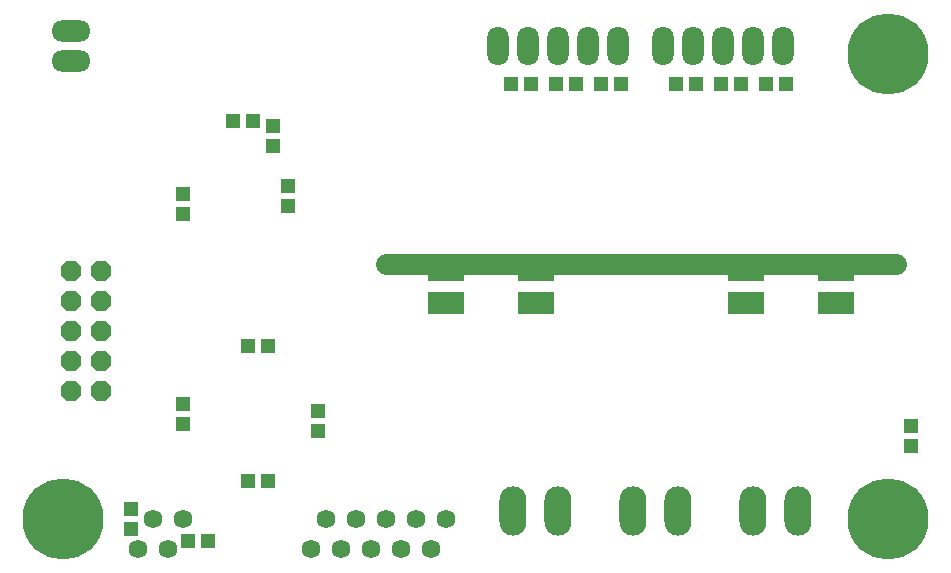
<source format=gbs>
G75*
G70*
%OFA0B0*%
%FSLAX24Y24*%
%IPPOS*%
%LPD*%
%AMOC8*
5,1,8,0,0,1.08239X$1,22.5*
%
%ADD10C,0.0700*%
%ADD11C,0.2700*%
%ADD12R,0.0512X0.0472*%
%ADD13O,0.0712X0.1306*%
%ADD14O,0.1306X0.0712*%
%ADD15OC8,0.0672*%
%ADD16C,0.0624*%
%ADD17O,0.0900X0.1650*%
%ADD18R,0.0472X0.0512*%
%ADD19R,0.1189X0.0756*%
D10*
X015634Y011923D02*
X032634Y011923D01*
D11*
X004884Y003423D03*
X032384Y003423D03*
X032384Y018923D03*
D12*
X028969Y017923D03*
X028300Y017923D03*
X027469Y017923D03*
X026800Y017923D03*
X025969Y017923D03*
X025300Y017923D03*
X023469Y017923D03*
X022800Y017923D03*
X021969Y017923D03*
X021300Y017923D03*
X020469Y017923D03*
X019800Y017923D03*
X011219Y016673D03*
X010550Y016673D03*
X011050Y009173D03*
X011719Y009173D03*
X011719Y004673D03*
X011050Y004673D03*
X009719Y002673D03*
X009050Y002673D03*
D13*
X019384Y019173D03*
X020384Y019173D03*
X021384Y019173D03*
X022384Y019173D03*
X023384Y019173D03*
X024884Y019173D03*
X025884Y019173D03*
X026884Y019173D03*
X027884Y019173D03*
X028884Y019173D03*
D14*
X005134Y018673D03*
X005134Y019673D03*
D15*
X005134Y011673D03*
X006134Y011673D03*
X006134Y010673D03*
X005134Y010673D03*
X005134Y009673D03*
X006134Y009673D03*
X006134Y008673D03*
X005134Y008673D03*
X005134Y007673D03*
X006134Y007673D03*
D16*
X007884Y003423D03*
X008884Y003423D03*
X008384Y002423D03*
X007384Y002423D03*
X013134Y002423D03*
X014134Y002423D03*
X015134Y002423D03*
X016134Y002423D03*
X017134Y002423D03*
X016634Y003423D03*
X015634Y003423D03*
X014634Y003423D03*
X013634Y003423D03*
X017634Y003423D03*
D17*
X019884Y003673D03*
X021384Y003673D03*
X023884Y003673D03*
X025384Y003673D03*
X027884Y003673D03*
X029384Y003673D03*
D18*
X033134Y005838D03*
X033134Y006508D03*
X013384Y006338D03*
X013384Y007008D03*
X008884Y007258D03*
X008884Y006588D03*
X007134Y003758D03*
X007134Y003088D03*
X008884Y013588D03*
X008884Y014258D03*
X011884Y015838D03*
X011884Y016508D03*
X012384Y014508D03*
X012384Y013838D03*
D19*
X017634Y011724D03*
X017634Y010622D03*
X020634Y010622D03*
X020634Y011724D03*
X027634Y011724D03*
X027634Y010622D03*
X030634Y010622D03*
X030634Y011724D03*
M02*

</source>
